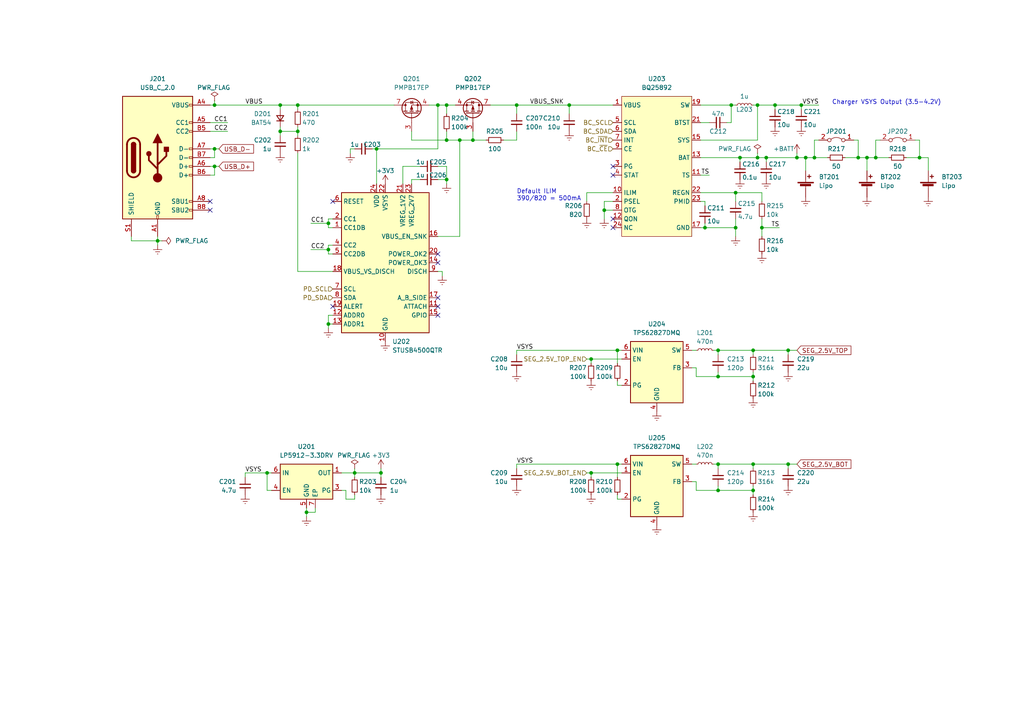
<source format=kicad_sch>
(kicad_sch (version 20211123) (generator eeschema)
  (paper "A4")
  (lib_symbols
    (symbol "Clock:BQ25892"
      (property "Reference" "U" (at 0 21.59 0))
      (property "Value" "BQ25892" (at 0 -21.59 0))
      (symbol "BQ25892_0_1"
        (rectangle (start -10.16 20.32) (end 10.16 -20.32) (fill (type background)))
      )
      (symbol "BQ25892_1_1"
        (pin input line (at -12.7 17.78 0) (length 2.54) (name "VBUS") (number "1"))
        (pin input line (at -12.7 -7.62 0) (length 2.54) (name "ILIM") (number "10"))
        (pin input line (at 12.7 -2.54 180) (length 2.54) (name "TS") (number "11"))
        (pin input line (at -12.7 -15.24 0) (length 2.54) (name "QON") (number "12"))
        (pin input line (at 12.7 2.54 180) (length 2.54) (name "BAT") (number "13"))
        (pin input line (at 12.7 2.54 180) (length 2.54) hide (name "BAT") (number "14"))
        (pin input line (at 12.7 7.62 180) (length 2.54) (name "SYS") (number "15"))
        (pin input line (at 12.7 7.62 180) (length 2.54) hide (name "SYS") (number "16"))
        (pin input line (at 12.7 -17.78 180) (length 2.54) (name "GND") (number "17"))
        (pin input line (at 12.7 -17.78 180) (length 2.54) hide (name "GND") (number "18"))
        (pin input line (at 12.7 17.78 180) (length 2.54) (name "SW") (number "19"))
        (pin input line (at -12.7 -10.16 0) (length 2.54) (name "PSEL") (number "2"))
        (pin input line (at 12.7 17.78 180) (length 2.54) hide (name "SW") (number "20"))
        (pin input line (at 12.7 12.7 180) (length 2.54) (name "BTST") (number "21"))
        (pin input line (at 12.7 -7.62 180) (length 2.54) (name "REGN") (number "22"))
        (pin input line (at 12.7 -10.16 180) (length 2.54) (name "PMID") (number "23"))
        (pin input line (at -12.7 -17.78 0) (length 2.54) (name "NC") (number "24"))
        (pin input line (at 12.7 -17.78 180) (length 2.54) hide (name "GND") (number "25"))
        (pin input line (at -12.7 0 0) (length 2.54) (name "PG") (number "3"))
        (pin input line (at -12.7 -2.54 0) (length 2.54) (name "STAT") (number "4"))
        (pin input line (at -12.7 12.7 0) (length 2.54) (name "SCL") (number "5"))
        (pin input line (at -12.7 10.16 0) (length 2.54) (name "SDA") (number "6"))
        (pin input line (at -12.7 7.62 0) (length 2.54) (name "INT") (number "7"))
        (pin input line (at -12.7 -12.7 0) (length 2.54) (name "OTG") (number "8"))
        (pin input line (at -12.7 5.08 0) (length 2.54) (name "CE") (number "9"))
      )
    )
    (symbol "Clock:PMPB17EP" (pin_names hide)
      (property "Reference" "Q" (at 5.08 1.905 0))
      (property "Value" "PMPB17EP" (at 5.08 0 0))
      (symbol "PMPB17EP_0_1"
        (polyline (pts (xy 0.254 0) (xy -2.54 0)))
        (polyline (pts (xy 0.254 1.905) (xy 0.254 -1.905)) (stroke (width 0.254)))
        (polyline (pts (xy 0.762 -1.27) (xy 0.762 -2.286)) (stroke (width 0.254)))
        (polyline (pts (xy 0.762 0.508) (xy 0.762 -0.508)) (stroke (width 0.254)))
        (polyline (pts (xy 0.762 2.286) (xy 0.762 1.27)) (stroke (width 0.254)))
        (polyline (pts (xy 2.54 2.54) (xy 2.54 1.778)))
        (polyline (pts (xy 2.54 -2.54) (xy 2.54 0) (xy 0.762 0)))
        (polyline (pts (xy 0.762 1.778) (xy 3.302 1.778) (xy 3.302 -1.778) (xy 0.762 -1.778)))
        (polyline (pts (xy 2.286 0) (xy 1.27 0.381) (xy 1.27 -0.381) (xy 2.286 0)) (fill (type outline)))
        (polyline (pts (xy 2.794 -0.508) (xy 2.921 -0.381) (xy 3.683 -0.381) (xy 3.81 -0.254)))
        (polyline (pts (xy 3.302 -0.381) (xy 2.921 0.254) (xy 3.683 0.254) (xy 3.302 -0.381)))
        (circle (center 1.651 0) (radius 2.794) (stroke (width 0.254)))
        (circle (center 2.54 -1.778) (radius 0.254) (fill (type outline)))
        (circle (center 2.54 1.778) (radius 0.254) (fill (type outline)))
      )
      (symbol "PMPB17EP_1_1"
        (pin passive line (at 2.54 5.08 270) (length 2.54) hide (name "D") (number "1"))
        (pin passive line (at 2.54 5.08 270) (length 2.54) hide (name "D") (number "2"))
        (pin passive line (at -5.08 0 0) (length 2.54) (name "G") (number "3"))
        (pin passive line (at 2.54 -5.08 90) (length 2.54) (name "S") (number "4"))
        (pin passive line (at 2.54 5.08 270) (length 2.54) hide (name "D") (number "5"))
        (pin passive line (at 2.54 5.08 270) (length 2.54) hide (name "D") (number "6"))
        (pin passive line (at 2.54 5.08 270) (length 2.54) (name "D") (number "7"))
        (pin passive line (at 2.54 -5.08 90) (length 2.54) hide (name "S") (number "8"))
      )
    )
    (symbol "Clock:TPS62827DMQ"
      (property "Reference" "U" (at -7.62 11.43 0))
      (property "Value" "TPS62827DMQ" (at -1.27 11.43 0))
      (symbol "TPS62827DMQ_0_1"
        (rectangle (start -7.62 10.16) (end 7.62 -7.62) (stroke (width 0.254)) (fill (type background)))
      )
      (symbol "TPS62827DMQ_1_1"
        (pin input line (at -10.16 5.08 0) (length 2.54) (name "EN") (number "1"))
        (pin open_collector line (at -10.16 -2.54 0) (length 2.54) (name "PG") (number "2"))
        (pin input line (at 10.16 2.54 180) (length 2.54) (name "FB") (number "3"))
        (pin power_in line (at 0 -10.16 90) (length 2.54) (name "GND") (number "4"))
        (pin power_out line (at 10.16 7.62 180) (length 2.54) (name "SW") (number "5"))
        (pin power_in line (at -10.16 7.62 0) (length 2.54) (name "VIN") (number "6"))
      )
    )
    (symbol "Connector:USB_C_Receptacle_USB2.0" (pin_names (offset 1.016))
      (property "Reference" "J" (at -10.16 19.05 0))
      (property "Value" "USB_C_Receptacle_USB2.0" (at 19.05 19.05 0))
      (symbol "USB_C_Receptacle_USB2.0_0_0"
        (rectangle (start -0.254 -17.78) (end 0.254 -16.764))
        (rectangle (start 10.16 -14.986) (end 9.144 -15.494))
        (rectangle (start 10.16 -12.446) (end 9.144 -12.954))
        (rectangle (start 10.16 -4.826) (end 9.144 -5.334))
        (rectangle (start 10.16 -2.286) (end 9.144 -2.794))
        (rectangle (start 10.16 0.254) (end 9.144 -0.254))
        (rectangle (start 10.16 2.794) (end 9.144 2.286))
        (rectangle (start 10.16 7.874) (end 9.144 7.366))
        (rectangle (start 10.16 10.414) (end 9.144 9.906))
        (rectangle (start 10.16 15.494) (end 9.144 14.986))
      )
      (symbol "USB_C_Receptacle_USB2.0_0_1"
        (rectangle (start -10.16 17.78) (end 10.16 -17.78) (stroke (width 0.254)) (fill (type background)))
        (arc (start -8.89 -3.81) (mid -6.985 -5.715) (end -5.08 -3.81) (stroke (width 0.508)))
        (arc (start -7.62 -3.81) (mid -6.985 -4.445) (end -6.35 -3.81) (stroke (width 0.254)))
        (arc (start -7.62 -3.81) (mid -6.985 -4.445) (end -6.35 -3.81) (stroke (width 0.254)) (fill (type outline)))
        (rectangle (start -7.62 -3.81) (end -6.35 3.81) (stroke (width 0.254)) (fill (type outline)))
        (arc (start -6.35 3.81) (mid -6.985 4.445) (end -7.62 3.81) (stroke (width 0.254)))
        (arc (start -6.35 3.81) (mid -6.985 4.445) (end -7.62 3.81) (stroke (width 0.254)) (fill (type outline)))
        (arc (start -5.08 3.81) (mid -6.985 5.715) (end -8.89 3.81) (stroke (width 0.508)))
        (circle (center -2.54 1.143) (radius 0.635) (stroke (width 0.254)) (fill (type outline)))
        (circle (center 0 -5.842) (radius 1.27) (fill (type outline)))
        (polyline (pts (xy -8.89 -3.81) (xy -8.89 3.81)) (stroke (width 0.508)))
        (polyline (pts (xy -5.08 3.81) (xy -5.08 -3.81)) (stroke (width 0.508)))
        (polyline (pts (xy 0 -5.842) (xy 0 4.318)) (stroke (width 0.508)))
        (polyline (pts (xy 0 -3.302) (xy -2.54 -0.762) (xy -2.54 0.508)) (stroke (width 0.508)))
        (polyline (pts (xy 0 -2.032) (xy 2.54 0.508) (xy 2.54 1.778)) (stroke (width 0.508)))
        (polyline (pts (xy -1.27 4.318) (xy 0 6.858) (xy 1.27 4.318) (xy -1.27 4.318)) (stroke (width 0.254)) (fill (type outline)))
        (rectangle (start 1.905 1.778) (end 3.175 3.048) (stroke (width 0.254)) (fill (type outline)))
      )
      (symbol "USB_C_Receptacle_USB2.0_1_1"
        (pin passive line (at 0 -22.86 90) (length 5.08) (name "GND") (number "A1"))
        (pin passive line (at 0 -22.86 90) (length 5.08) hide (name "GND") (number "A12"))
        (pin passive line (at 15.24 15.24 180) (length 5.08) (name "VBUS") (number "A4"))
        (pin bidirectional line (at 15.24 10.16 180) (length 5.08) (name "CC1") (number "A5"))
        (pin bidirectional line (at 15.24 -2.54 180) (length 5.08) (name "D+") (number "A6"))
        (pin bidirectional line (at 15.24 2.54 180) (length 5.08) (name "D-") (number "A7"))
        (pin bidirectional line (at 15.24 -12.7 180) (length 5.08) (name "SBU1") (number "A8"))
        (pin passive line (at 15.24 15.24 180) (length 5.08) hide (name "VBUS") (number "A9"))
        (pin passive line (at 0 -22.86 90) (length 5.08) hide (name "GND") (number "B1"))
        (pin passive line (at 0 -22.86 90) (length 5.08) hide (name "GND") (number "B12"))
        (pin passive line (at 15.24 15.24 180) (length 5.08) hide (name "VBUS") (number "B4"))
        (pin bidirectional line (at 15.24 7.62 180) (length 5.08) (name "CC2") (number "B5"))
        (pin bidirectional line (at 15.24 -5.08 180) (length 5.08) (name "D+") (number "B6"))
        (pin bidirectional line (at 15.24 0 180) (length 5.08) (name "D-") (number "B7"))
        (pin bidirectional line (at 15.24 -15.24 180) (length 5.08) (name "SBU2") (number "B8"))
        (pin passive line (at 15.24 15.24 180) (length 5.08) hide (name "VBUS") (number "B9"))
        (pin passive line (at -7.62 -22.86 90) (length 5.08) (name "SHIELD") (number "S1"))
      )
    )
    (symbol "Device:Battery_Cell" (pin_numbers hide) (pin_names (offset 0) hide)
      (property "Reference" "BT" (at 2.54 2.54 0))
      (property "Value" "Battery_Cell" (at 2.54 0 0))
      (symbol "Battery_Cell_0_1"
        (rectangle (start -2.286 1.778) (end 2.286 1.524) (fill (type outline)))
        (rectangle (start -1.5748 1.1938) (end 1.4732 0.6858) (fill (type outline)))
        (polyline (pts (xy 0 0.762) (xy 0 0)))
        (polyline (pts (xy 0 1.778) (xy 0 2.54)))
        (polyline (pts (xy 0.508 3.429) (xy 1.524 3.429)) (stroke (width 0.254)))
        (polyline (pts (xy 1.016 3.937) (xy 1.016 2.921)) (stroke (width 0.254)))
      )
      (symbol "Battery_Cell_1_1"
        (pin passive line (at 0 5.08 270) (length 2.54) (name "+") (number "1"))
        (pin passive line (at 0 -2.54 90) (length 2.54) (name "-") (number "2"))
      )
    )
    (symbol "Device:C_Small" (pin_numbers hide) (pin_names (offset 0.254) hide)
      (property "Reference" "C" (at 0.254 1.778 0))
      (property "Value" "C_Small" (at 0.254 -2.032 0))
      (symbol "C_Small_0_1"
        (polyline (pts (xy -1.524 -0.508) (xy 1.524 -0.508)) (stroke (width 0.3302)))
        (polyline (pts (xy -1.524 0.508) (xy 1.524 0.508)) (stroke (width 0.3048)))
      )
      (symbol "C_Small_1_1"
        (pin passive line (at 0 2.54 270) (length 2.032) (name "~") (number "1"))
        (pin passive line (at 0 -2.54 90) (length 2.032) (name "~") (number "2"))
      )
    )
    (symbol "Device:D_Small" (pin_numbers hide) (pin_names (offset 0.254) hide)
      (property "Reference" "D" (at -1.27 2.032 0))
      (property "Value" "D_Small" (at -3.81 -2.032 0))
      (symbol "D_Small_0_1"
        (polyline (pts (xy -0.762 -1.016) (xy -0.762 1.016)) (stroke (width 0.254)))
        (polyline (pts (xy -0.762 0) (xy 0.762 0)))
        (polyline (pts (xy 0.762 -1.016) (xy -0.762 0) (xy 0.762 1.016) (xy 0.762 -1.016)) (stroke (width 0.254)))
      )
      (symbol "D_Small_1_1"
        (pin passive line (at -2.54 0 0) (length 1.778) (name "K") (number "1"))
        (pin passive line (at 2.54 0 180) (length 1.778) (name "A") (number "2"))
      )
    )
    (symbol "Device:L_Small" (pin_numbers hide) (pin_names (offset 0.254) hide)
      (property "Reference" "L" (at 0.762 1.016 0))
      (property "Value" "L_Small" (at 0.762 -1.016 0))
      (symbol "L_Small_0_1"
        (arc (start 0 -2.032) (mid 0.508 -1.524) (end 0 -1.016))
        (arc (start 0 -1.016) (mid 0.508 -0.508) (end 0 0))
        (arc (start 0 0) (mid 0.508 0.508) (end 0 1.016))
        (arc (start 0 1.016) (mid 0.508 1.524) (end 0 2.032))
      )
      (symbol "L_Small_1_1"
        (pin passive line (at 0 2.54 270) (length 0.508) (name "~") (number "1"))
        (pin passive line (at 0 -2.54 90) (length 0.508) (name "~") (number "2"))
      )
    )
    (symbol "Device:R_Small" (pin_numbers hide) (pin_names (offset 0.254) hide)
      (property "Reference" "R" (at 0.762 0.508 0))
      (property "Value" "R_Small" (at 0.762 -1.016 0))
      (symbol "R_Small_0_1"
        (rectangle (start -0.762 1.778) (end 0.762 -1.778) (stroke (width 0.2032)))
      )
      (symbol "R_Small_1_1"
        (pin passive line (at 0 2.54 270) (length 0.762) (name "~") (number "1"))
        (pin passive line (at 0 -2.54 90) (length 0.762) (name "~") (number "2"))
      )
    )
    (symbol "Interface_USB:STUSB4500QTR"
      (property "Reference" "U" (at -12.7 21.59 0))
      (property "Value" "STUSB4500QTR" (at 8.89 -21.59 0))
      (symbol "STUSB4500QTR_0_1"
        (rectangle (start -12.7 20.32) (end 12.7 -20.32) (stroke (width 0.254)) (fill (type background)))
      )
      (symbol "STUSB4500QTR_1_1"
        (pin bidirectional line (at -15.24 10.16 0) (length 2.54) (name "CC1DB") (number "1"))
        (pin power_in line (at 0 -22.86 90) (length 2.54) (name "GND") (number "10"))
        (pin open_collector line (at 15.24 -12.7 180) (length 2.54) (name "ATTACH") (number "11"))
        (pin input line (at -15.24 -15.24 0) (length 2.54) (name "ADDR0") (number "12"))
        (pin input line (at -15.24 -17.78 0) (length 2.54) (name "ADDR1") (number "13"))
        (pin open_collector line (at 15.24 0 180) (length 2.54) (name "POWER_OK3") (number "14"))
        (pin open_collector line (at 15.24 -15.24 180) (length 2.54) (name "GPIO") (number "15"))
        (pin open_collector line (at 15.24 7.62 180) (length 2.54) (name "VBUS_EN_SNK") (number "16"))
        (pin open_collector line (at 15.24 -10.16 180) (length 2.54) (name "A_B_SIDE") (number "17"))
        (pin input line (at -15.24 -2.54 0) (length 2.54) (name "VBUS_VS_DISCH") (number "18"))
        (pin open_collector line (at -15.24 -12.7 0) (length 2.54) (name "ALERT") (number "19"))
        (pin bidirectional line (at -15.24 12.7 0) (length 2.54) (name "CC1") (number "2"))
        (pin open_collector line (at 15.24 2.54 180) (length 2.54) (name "POWER_OK2") (number "20"))
        (pin power_out line (at 5.08 22.86 270) (length 2.54) (name "VREG_1V2") (number "21"))
        (pin power_in line (at 0 22.86 270) (length 2.54) (name "VSYS") (number "22"))
        (pin power_out line (at 7.62 22.86 270) (length 2.54) (name "VREG_2V7") (number "23"))
        (pin power_in line (at -2.54 22.86 270) (length 2.54) (name "VDD") (number "24"))
        (pin passive line (at 0 -22.86 90) (length 2.54) hide (name "GND") (number "25"))
        (pin no_connect line (at -12.7 15.24 0) (length 2.54) hide (name "NC") (number "3"))
        (pin bidirectional line (at -15.24 5.08 0) (length 2.54) (name "CC2") (number "4"))
        (pin bidirectional line (at -15.24 2.54 0) (length 2.54) (name "CC2DB") (number "5"))
        (pin input line (at -15.24 17.78 0) (length 2.54) (name "RESET") (number "6"))
        (pin input line (at -15.24 -7.62 0) (length 2.54) (name "SCL") (number "7"))
        (pin bidirectional line (at -15.24 -10.16 0) (length 2.54) (name "SDA") (number "8"))
        (pin bidirectional line (at 15.24 -2.54 180) (length 2.54) (name "DISCH") (number "9"))
      )
    )
    (symbol "Jumper:Jumper_2_Bridged" (pin_names (offset 0) hide)
      (property "Reference" "JP" (at 0 1.905 0))
      (property "Value" "Jumper_2_Bridged" (at 0 -2.54 0))
      (symbol "Jumper_2_Bridged_0_0"
        (circle (center -2.032 0) (radius 0.508))
        (circle (center 2.032 0) (radius 0.508))
      )
      (symbol "Jumper_2_Bridged_0_1"
        (arc (start 1.524 0.254) (mid 0 0.762) (end -1.524 0.254))
      )
      (symbol "Jumper_2_Bridged_1_1"
        (pin passive line (at -5.08 0 0) (length 2.54) (name "A") (number "1"))
        (pin passive line (at 5.08 0 180) (length 2.54) (name "B") (number "2"))
      )
    )
    (symbol "Regulator_Linear:LP5912-3.3DRV"
      (property "Reference" "U" (at -3.81 6.35 0))
      (property "Value" "LP5912-3.3DRV" (at 6.35 6.35 0))
      (symbol "LP5912-3.3DRV_0_1"
        (rectangle (start -7.62 -5.08) (end 7.62 5.08) (stroke (width 0.254)) (fill (type background)))
        (pin power_out line (at 10.16 2.54 180) (length 2.54) (name "OUT") (number "1"))
        (pin no_connect line (at 7.62 0 180) (length 2.54) hide (name "NC") (number "2"))
        (pin input line (at -10.16 -2.54 0) (length 2.54) (name "EN") (number "4"))
        (pin power_in line (at 0 -7.62 90) (length 2.54) (name "GND") (number "5"))
        (pin power_in line (at -10.16 2.54 0) (length 2.54) (name "IN") (number "6"))
      )
      (symbol "LP5912-3.3DRV_1_1"
        (pin open_collector line (at 10.16 -2.54 180) (length 2.54) (name "PG") (number "3"))
        (pin passive line (at 2.54 -7.62 90) (length 2.54) (name "EP") (number "7"))
      )
    )
    (symbol "power:+3V3" (power) (pin_names (offset 0))
      (property "Value" "+3V3" (at 0 3.556 0))
      (symbol "+3V3_0_1"
        (polyline (pts (xy -0.762 1.27) (xy 0 2.54)))
        (polyline (pts (xy 0 0) (xy 0 2.54)))
        (polyline (pts (xy 0 2.54) (xy 0.762 1.27)))
      )
      (symbol "+3V3_1_1"
        (pin power_in line (at 0 0 90) (length 0) hide (name "+3V3") (number "1"))
      )
    )
    (symbol "power:+BATT" (power) (pin_names (offset 0))
      (property "Value" "+BATT" (at 0 3.556 0))
      (symbol "+BATT_0_1"
        (polyline (pts (xy -0.762 1.27) (xy 0 2.54)))
        (polyline (pts (xy 0 0) (xy 0 2.54)))
        (polyline (pts (xy 0 2.54) (xy 0.762 1.27)))
      )
      (symbol "+BATT_1_1"
        (pin power_in line (at 0 0 90) (length 0) hide (name "+BATT") (number "1"))
      )
    )
    (symbol "power:Earth" (power) (pin_names (offset 0))
      (symbol "Earth_0_1"
        (polyline (pts (xy -0.635 -1.905) (xy 0.635 -1.905)))
        (polyline (pts (xy -0.127 -2.54) (xy 0.127 -2.54)))
        (polyline (pts (xy 0 -1.27) (xy 0 0)))
        (polyline (pts (xy 1.27 -1.27) (xy -1.27 -1.27)))
      )
      (symbol "Earth_1_1"
        (pin power_in line (at 0 0 270) (length 0) hide (name "Earth") (number "1"))
      )
    )
    (symbol "power:PWR_FLAG" (power) (pin_numbers hide) (pin_names (offset 0) hide)
      (property "Value" "PWR_FLAG" (at 0 3.81 0))
      (symbol "PWR_FLAG_0_0"
        (pin power_out line (at 0 0 90) (length 0) (name "pwr") (number "1"))
      )
      (symbol "PWR_FLAG_0_1"
        (polyline (pts (xy 0 0) (xy 0 1.27) (xy -1.016 1.905) (xy 0 2.54) (xy 1.016 1.905) (xy 0 1.27)))
      )
    )
  )
  (junction (at 214.63 45.72))
  (junction (at 208.28 101.6))
  (junction (at 102.87 137.16))
  (junction (at 220.98 66.04))
  (junction (at 233.68 45.72))
  (junction (at 86.36 38.1))
  (junction (at 129.54 52.07))
  (junction (at 179.07 101.6))
  (junction (at 109.22 43.18))
  (junction (at 218.44 109.22))
  (junction (at 129.54 40.64))
  (junction (at 171.45 137.16))
  (junction (at 127 30.48))
  (junction (at 208.28 134.62))
  (junction (at 208.28 109.22))
  (junction (at 231.14 45.72))
  (junction (at 95.25 64.77))
  (junction (at 77.47 137.16))
  (junction (at 149.86 30.48))
  (junction (at 62.23 30.48))
  (junction (at 129.54 30.48))
  (junction (at 212.09 30.48))
  (junction (at 204.47 66.04))
  (junction (at 62.23 48.26))
  (junction (at 228.6 101.6))
  (junction (at 137.16 40.64))
  (junction (at 88.9 148.59))
  (junction (at 95.25 93.98))
  (junction (at 222.25 45.72))
  (junction (at 165.1 30.48))
  (junction (at 236.22 45.72))
  (junction (at 218.44 134.62))
  (junction (at 228.6 134.62))
  (junction (at 254 45.72))
  (junction (at 81.28 30.48))
  (junction (at 86.36 30.48))
  (junction (at 218.44 142.24))
  (junction (at 213.36 66.04))
  (junction (at 179.07 134.62))
  (junction (at 218.44 101.6))
  (junction (at 171.45 104.14))
  (junction (at 248.92 45.72))
  (junction (at 133.35 40.64))
  (junction (at 208.28 142.24))
  (junction (at 62.23 43.18))
  (junction (at 110.49 137.16))
  (junction (at 266.7 45.72))
  (junction (at 45.72 69.85))
  (junction (at 224.79 30.48))
  (junction (at 213.36 55.88))
  (junction (at 219.71 45.72))
  (junction (at 81.28 38.1))
  (junction (at 175.26 60.96))
  (junction (at 219.71 30.48))
  (junction (at 251.46 45.72))
  (junction (at 95.25 72.39))
  (junction (at 232.41 30.48))
  (no_connect (at 177.8 63.5))
  (no_connect (at 127 76.2))
  (no_connect (at 127 73.66))
  (no_connect (at 127 86.36))
  (no_connect (at 60.96 58.42))
  (no_connect (at 177.8 50.8))
  (no_connect (at 177.8 48.26))
  (no_connect (at 127 91.44))
  (no_connect (at 127 88.9))
  (no_connect (at 96.52 88.9))
  (no_connect (at 60.96 60.96))
  (no_connect (at 177.8 66.04))
  (no_connect (at 96.52 58.42))
  (wire (pts (xy 78.74 142.24) (xy 77.47 142.24)))
  (wire (pts (xy 220.98 55.88) (xy 220.98 58.42)))
  (wire (pts (xy 91.44 147.32) (xy 91.44 148.59)))
  (wire (pts (xy 218.44 140.97) (xy 218.44 142.24)))
  (wire (pts (xy 170.18 104.14) (xy 171.45 104.14)))
  (wire (pts (xy 231.14 45.72) (xy 233.68 45.72)))
  (wire (pts (xy 77.47 142.24) (xy 77.47 137.16)))
  (wire (pts (xy 208.28 101.6) (xy 207.01 101.6)))
  (wire (pts (xy 121.92 48.26) (xy 116.84 48.26)))
  (wire (pts (xy 95.25 91.44) (xy 96.52 91.44)))
  (wire (pts (xy 200.66 134.62) (xy 201.93 134.62)))
  (wire (pts (xy 177.8 55.88) (xy 170.18 55.88)))
  (wire (pts (xy 95.25 95.25) (xy 95.25 93.98)))
  (wire (pts (xy 247.65 40.64) (xy 248.92 40.64)))
  (wire (pts (xy 224.79 30.48) (xy 219.71 30.48)))
  (wire (pts (xy 201.93 139.7) (xy 201.93 142.24)))
  (wire (pts (xy 179.07 144.78) (xy 180.34 144.78)))
  (wire (pts (xy 60.96 43.18) (xy 62.23 43.18)))
  (wire (pts (xy 45.72 69.85) (xy 45.72 71.12)))
  (wire (pts (xy 254 40.64) (xy 254 45.72)))
  (wire (pts (xy 149.86 101.6) (xy 179.07 101.6)))
  (wire (pts (xy 62.23 48.26) (xy 63.5 48.26)))
  (wire (pts (xy 107.95 43.18) (xy 109.22 43.18)))
  (wire (pts (xy 129.54 48.26) (xy 129.54 52.07)))
  (wire (pts (xy 203.2 30.48) (xy 212.09 30.48)))
  (wire (pts (xy 102.87 143.51) (xy 102.87 144.78)))
  (wire (pts (xy 179.07 101.6) (xy 180.34 101.6)))
  (wire (pts (xy 179.07 110.49) (xy 179.07 111.76)))
  (wire (pts (xy 233.68 45.72) (xy 236.22 45.72)))
  (wire (pts (xy 127 30.48) (xy 127 43.18)))
  (wire (pts (xy 90.17 72.39) (xy 95.25 72.39)))
  (wire (pts (xy 201.93 106.68) (xy 201.93 109.22)))
  (wire (pts (xy 133.35 68.58) (xy 127 68.58)))
  (wire (pts (xy 96.52 78.74) (xy 86.36 78.74)))
  (wire (pts (xy 251.46 45.72) (xy 251.46 49.53)))
  (wire (pts (xy 171.45 137.16) (xy 171.45 138.43)))
  (wire (pts (xy 208.28 102.87) (xy 208.28 101.6)))
  (wire (pts (xy 62.23 29.21) (xy 62.23 30.48)))
  (wire (pts (xy 269.24 45.72) (xy 269.24 49.53)))
  (wire (pts (xy 128.27 80.01) (xy 128.27 78.74)))
  (wire (pts (xy 251.46 45.72) (xy 254 45.72)))
  (wire (pts (xy 213.36 55.88) (xy 220.98 55.88)))
  (wire (pts (xy 218.44 135.89) (xy 218.44 134.62)))
  (wire (pts (xy 200.66 101.6) (xy 201.93 101.6)))
  (wire (pts (xy 213.36 63.5) (xy 213.36 66.04)))
  (wire (pts (xy 179.07 111.76) (xy 180.34 111.76)))
  (wire (pts (xy 200.66 106.68) (xy 201.93 106.68)))
  (wire (pts (xy 119.38 53.34) (xy 119.38 52.07)))
  (wire (pts (xy 95.25 66.04) (xy 95.25 64.77)))
  (wire (pts (xy 218.44 109.22) (xy 208.28 109.22)))
  (wire (pts (xy 208.28 142.24) (xy 208.28 140.97)))
  (wire (pts (xy 95.25 63.5) (xy 96.52 63.5)))
  (wire (pts (xy 60.96 38.1) (xy 66.04 38.1)))
  (wire (pts (xy 127 48.26) (xy 129.54 48.26)))
  (wire (pts (xy 95.25 73.66) (xy 96.52 73.66)))
  (wire (pts (xy 248.92 45.72) (xy 251.46 45.72)))
  (wire (pts (xy 228.6 102.87) (xy 228.6 101.6)))
  (wire (pts (xy 219.71 40.64) (xy 219.71 30.48)))
  (wire (pts (xy 222.25 45.72) (xy 219.71 45.72)))
  (wire (pts (xy 110.49 137.16) (xy 102.87 137.16)))
  (wire (pts (xy 95.25 93.98) (xy 96.52 93.98)))
  (wire (pts (xy 95.25 71.12) (xy 95.25 72.39)))
  (wire (pts (xy 203.2 50.8) (xy 205.74 50.8)))
  (wire (pts (xy 102.87 137.16) (xy 99.06 137.16)))
  (wire (pts (xy 45.72 69.85) (xy 45.72 68.58)))
  (wire (pts (xy 236.22 45.72) (xy 240.03 45.72)))
  (wire (pts (xy 129.54 30.48) (xy 132.08 30.48)))
  (wire (pts (xy 101.6 43.18) (xy 102.87 43.18)))
  (wire (pts (xy 81.28 38.1) (xy 81.28 39.37)))
  (wire (pts (xy 91.44 148.59) (xy 88.9 148.59)))
  (wire (pts (xy 81.28 36.83) (xy 81.28 38.1)))
  (wire (pts (xy 219.71 44.45) (xy 219.71 45.72)))
  (wire (pts (xy 133.35 40.64) (xy 133.35 68.58)))
  (wire (pts (xy 38.1 68.58) (xy 38.1 69.85)))
  (wire (pts (xy 90.17 64.77) (xy 95.25 64.77)))
  (wire (pts (xy 95.25 93.98) (xy 95.25 91.44)))
  (wire (pts (xy 86.36 30.48) (xy 114.3 30.48)))
  (wire (pts (xy 149.86 134.62) (xy 179.07 134.62)))
  (wire (pts (xy 224.79 30.48) (xy 224.79 31.75)))
  (wire (pts (xy 170.18 137.16) (xy 171.45 137.16)))
  (wire (pts (xy 212.09 35.56) (xy 212.09 30.48)))
  (wire (pts (xy 203.2 55.88) (xy 213.36 55.88)))
  (wire (pts (xy 86.36 78.74) (xy 86.36 44.45)))
  (wire (pts (xy 149.86 40.64) (xy 149.86 38.1)))
  (wire (pts (xy 119.38 52.07) (xy 121.92 52.07)))
  (wire (pts (xy 208.28 135.89) (xy 208.28 134.62)))
  (wire (pts (xy 133.35 40.64) (xy 137.16 40.64)))
  (wire (pts (xy 203.2 35.56) (xy 205.74 35.56)))
  (wire (pts (xy 228.6 134.62) (xy 218.44 134.62)))
  (wire (pts (xy 175.26 60.96) (xy 177.8 60.96)))
  (wire (pts (xy 149.86 30.48) (xy 142.24 30.48)))
  (wire (pts (xy 175.26 60.96) (xy 175.26 63.5)))
  (wire (pts (xy 218.44 109.22) (xy 218.44 110.49)))
  (wire (pts (xy 62.23 43.18) (xy 63.5 43.18)))
  (wire (pts (xy 100.33 144.78) (xy 100.33 142.24)))
  (wire (pts (xy 95.25 72.39) (xy 95.25 73.66)))
  (wire (pts (xy 204.47 58.42) (xy 203.2 58.42)))
  (wire (pts (xy 204.47 66.04) (xy 203.2 66.04)))
  (wire (pts (xy 231.14 44.45) (xy 231.14 45.72)))
  (wire (pts (xy 171.45 137.16) (xy 180.34 137.16)))
  (wire (pts (xy 248.92 40.64) (xy 248.92 45.72)))
  (wire (pts (xy 210.82 35.56) (xy 212.09 35.56)))
  (wire (pts (xy 128.27 78.74) (xy 127 78.74)))
  (wire (pts (xy 146.05 40.64) (xy 149.86 40.64)))
  (wire (pts (xy 81.28 30.48) (xy 86.36 30.48)))
  (wire (pts (xy 102.87 138.43) (xy 102.87 137.16)))
  (wire (pts (xy 201.93 142.24) (xy 208.28 142.24)))
  (wire (pts (xy 219.71 45.72) (xy 214.63 45.72)))
  (wire (pts (xy 218.44 101.6) (xy 208.28 101.6)))
  (wire (pts (xy 219.71 30.48) (xy 218.44 30.48)))
  (wire (pts (xy 149.86 102.87) (xy 149.86 101.6)))
  (wire (pts (xy 62.23 48.26) (xy 62.23 50.8)))
  (wire (pts (xy 175.26 58.42) (xy 175.26 60.96)))
  (wire (pts (xy 232.41 31.75) (xy 232.41 30.48)))
  (wire (pts (xy 177.8 58.42) (xy 175.26 58.42)))
  (wire (pts (xy 116.84 48.26) (xy 116.84 53.34)))
  (wire (pts (xy 62.23 30.48) (xy 60.96 30.48)))
  (wire (pts (xy 200.66 139.7) (xy 201.93 139.7)))
  (wire (pts (xy 228.6 101.6) (xy 231.14 101.6)))
  (wire (pts (xy 218.44 102.87) (xy 218.44 101.6)))
  (wire (pts (xy 110.49 135.89) (xy 110.49 137.16)))
  (wire (pts (xy 88.9 147.32) (xy 88.9 148.59)))
  (wire (pts (xy 129.54 40.64) (xy 133.35 40.64)))
  (wire (pts (xy 129.54 52.07) (xy 129.54 53.34)))
  (wire (pts (xy 100.33 142.24) (xy 99.06 142.24)))
  (wire (pts (xy 220.98 66.04) (xy 220.98 68.58)))
  (wire (pts (xy 218.44 107.95) (xy 218.44 109.22)))
  (wire (pts (xy 102.87 144.78) (xy 100.33 144.78)))
  (wire (pts (xy 45.72 69.85) (xy 46.99 69.85)))
  (wire (pts (xy 137.16 40.64) (xy 140.97 40.64)))
  (wire (pts (xy 232.41 30.48) (xy 224.79 30.48)))
  (wire (pts (xy 266.7 40.64) (xy 266.7 45.72)))
  (wire (pts (xy 149.86 30.48) (xy 165.1 30.48)))
  (wire (pts (xy 81.28 30.48) (xy 81.28 31.75)))
  (wire (pts (xy 102.87 135.89) (xy 102.87 137.16)))
  (wire (pts (xy 149.86 33.02) (xy 149.86 30.48)))
  (wire (pts (xy 222.25 45.72) (xy 231.14 45.72)))
  (wire (pts (xy 86.36 30.48) (xy 86.36 31.75)))
  (wire (pts (xy 119.38 38.1) (xy 119.38 40.64)))
  (wire (pts (xy 129.54 30.48) (xy 129.54 33.02)))
  (wire (pts (xy 165.1 30.48) (xy 177.8 30.48)))
  (wire (pts (xy 88.9 148.59) (xy 88.9 149.86)))
  (wire (pts (xy 265.43 40.64) (xy 266.7 40.64)))
  (wire (pts (xy 127 52.07) (xy 129.54 52.07)))
  (wire (pts (xy 137.16 40.64) (xy 137.16 38.1)))
  (wire (pts (xy 208.28 134.62) (xy 207.01 134.62)))
  (wire (pts (xy 218.44 142.24) (xy 218.44 143.51)))
  (wire (pts (xy 213.36 66.04) (xy 213.36 68.58)))
  (wire (pts (xy 203.2 45.72) (xy 214.63 45.72)))
  (wire (pts (xy 62.23 45.72) (xy 60.96 45.72)))
  (wire (pts (xy 60.96 50.8) (xy 62.23 50.8)))
  (wire (pts (xy 237.49 40.64) (xy 236.22 40.64)))
  (wire (pts (xy 213.36 55.88) (xy 213.36 58.42)))
  (wire (pts (xy 170.18 55.88) (xy 170.18 58.42)))
  (wire (pts (xy 149.86 135.89) (xy 149.86 134.62)))
  (wire (pts (xy 228.6 101.6) (xy 218.44 101.6)))
  (wire (pts (xy 245.11 45.72) (xy 248.92 45.72)))
  (wire (pts (xy 179.07 143.51) (xy 179.07 144.78)))
  (wire (pts (xy 86.36 38.1) (xy 86.36 39.37)))
  (wire (pts (xy 266.7 45.72) (xy 269.24 45.72)))
  (wire (pts (xy 62.23 43.18) (xy 62.23 45.72)))
  (wire (pts (xy 220.98 66.04) (xy 226.06 66.04)))
  (wire (pts (xy 255.27 40.64) (xy 254 40.64)))
  (wire (pts (xy 165.1 30.48) (xy 165.1 33.02)))
  (wire (pts (xy 81.28 38.1) (xy 86.36 38.1)))
  (wire (pts (xy 218.44 134.62) (xy 208.28 134.62)))
  (wire (pts (xy 71.12 137.16) (xy 71.12 138.43)))
  (wire (pts (xy 222.25 46.99) (xy 222.25 45.72)))
  (wire (pts (xy 220.98 63.5) (xy 220.98 66.04)))
  (wire (pts (xy 95.25 64.77) (xy 95.25 63.5)))
  (wire (pts (xy 60.96 48.26) (xy 62.23 48.26)))
  (wire (pts (xy 171.45 104.14) (xy 171.45 105.41)))
  (wire (pts (xy 204.47 64.77) (xy 204.47 66.04)))
  (wire (pts (xy 38.1 69.85) (xy 45.72 69.85)))
  (wire (pts (xy 232.41 30.48) (xy 237.49 30.48)))
  (wire (pts (xy 62.23 30.48) (xy 81.28 30.48)))
  (wire (pts (xy 110.49 138.43) (xy 110.49 137.16)))
  (wire (pts (xy 179.07 134.62) (xy 180.34 134.62)))
  (wire (pts (xy 96.52 66.04) (xy 95.25 66.04)))
  (wire (pts (xy 179.07 101.6) (xy 179.07 105.41)))
  (wire (pts (xy 228.6 134.62) (xy 231.14 134.62)))
  (wire (pts (xy 129.54 38.1) (xy 129.54 40.64)))
  (wire (pts (xy 236.22 40.64) (xy 236.22 45.72)))
  (wire (pts (xy 233.68 45.72) (xy 233.68 49.53)))
  (wire (pts (xy 203.2 40.64) (xy 219.71 40.64)))
  (wire (pts (xy 78.74 137.16) (xy 77.47 137.16)))
  (wire (pts (xy 214.63 46.99) (xy 214.63 45.72)))
  (wire (pts (xy 86.36 36.83) (xy 86.36 38.1)))
  (wire (pts (xy 212.09 30.48) (xy 213.36 30.48)))
  (wire (pts (xy 124.46 30.48) (xy 127 30.48)))
  (wire (pts (xy 218.44 142.24) (xy 208.28 142.24)))
  (wire (pts (xy 262.89 45.72) (xy 266.7 45.72)))
  (wire (pts (xy 204.47 59.69) (xy 204.47 58.42)))
  (wire (pts (xy 179.07 134.62) (xy 179.07 138.43)))
  (wire (pts (xy 213.36 66.04) (xy 204.47 66.04)))
  (wire (pts (xy 171.45 104.14) (xy 180.34 104.14)))
  (wire (pts (xy 109.22 43.18) (xy 109.22 53.34)))
  (wire (pts (xy 119.38 40.64) (xy 129.54 40.64)))
  (wire (pts (xy 101.6 44.45) (xy 101.6 43.18)))
  (wire (pts (xy 208.28 109.22) (xy 208.28 107.95)))
  (wire (pts (xy 77.47 137.16) (xy 71.12 137.16)))
  (wire (pts (xy 201.93 109.22) (xy 208.28 109.22)))
  (wire (pts (xy 96.52 71.12) (xy 95.25 71.12)))
  (wire (pts (xy 60.96 35.56) (xy 66.04 35.56)))
  (wire (pts (xy 127 30.48) (xy 129.54 30.48)))
  (wire (pts (xy 254 45.72) (xy 257.81 45.72)))
  (wire (pts (xy 127 43.18) (xy 109.22 43.18)))
  (wire (pts (xy 228.6 135.89) (xy 228.6 134.62)))
  (text "Default ILIM \n390/820 = 500mA" (at 149.86 58.42 0) (effects (font (size 1.27 1.27)) (justify left bottom)))
  (text "Charger VSYS Output (3.5-4.2V)" (at 241.3 30.48 0) (effects (font (size 1.27 1.27)) (justify left bottom)))
  (label "VSYS" (at 71.12 137.16 0))
  (label "CC2" (at 66.04 38.1 180))
  (label "VBUS_SNK" (at 153.67 30.48 0))
  (label "TS" (at 226.06 66.04 180))
  (label "CC1" (at 90.17 64.77 0))
  (label "VSYS" (at 149.86 134.62 0))
  (label "TS" (at 205.74 50.8 180))
  (label "VBUS" (at 71.12 30.48 0))
  (label "CC2" (at 90.17 72.39 0))
  (label "VSYS" (at 237.49 30.48 180))
  (label "CC1" (at 66.04 35.56 180))
  (label "VSYS" (at 149.86 101.6 0))
  (global_label "SEG_2.5V_BOT" (shape input) (at 231.14 134.62 0) (property "Intersheet References" "${INTERSHEET_REFS}" (effects hide)))
  (global_label "USB_D-" (shape input) (at 63.5 43.18 0) (property "Intersheet References" "${INTERSHEET_REFS}" (effects hide)))
  (global_label "USB_D+" (shape input) (at 63.5 48.26 0) (property "Intersheet References" "${INTERSHEET_REFS}" (effects hide)))
  (global_label "SEG_2.5V_TOP" (shape input) (at 231.14 101.6 0) (property "Intersheet References" "${INTERSHEET_REFS}" (effects hide)))
  (hierarchical_label "BC_SDA" (shape input) (at 177.8 38.1 180))
  (hierarchical_label "BC_~{INT}" (shape input) (at 177.8 40.64 180))
  (hierarchical_label "PD_SCL" (shape input) (at 96.52 83.82 180))
  (hierarchical_label "PD_SDA" (shape input) (at 96.52 86.36 180))
  (hierarchical_label "BC_~{CE}" (shape input) (at 177.8 43.18 180))
  (hierarchical_label "BC_SCL" (shape input) (at 177.8 35.56 180))
  (hierarchical_label "SEG_2.5V_BOT_EN" (shape input) (at 170.18 137.16 180))
  (hierarchical_label "SEG_2.5V_TOP_EN" (shape input) (at 170.18 104.14 180))
  (symbol (lib_id "power:Earth") (at 149.86 107.95 0) (unit 1)
    (property "Reference" "#PWR0213" (effects hide))
    (property "Value" "Earth" (effects hide))
  )
  (symbol (lib_id "Device:C_Small") (at 124.46 52.07 90) (unit 1)
    (property "Reference" "C206" (at 127 50.8 90))
    (property "Value" "1u" (at 121.92 50.8 90))
    (property "Footprint" "Capacitor_SMD:C_0402_1005Metric" (effects hide))
  )
  (symbol (lib_id "power:PWR_FLAG") (at 62.23 29.21 0) (unit 1)
    (property "Reference" "#FLG0202" (effects hide))
    (property "Value" "PWR_FLAG" (at 57.15 25.4 0) (effects (justify left)))
  )
  (symbol (lib_id "Device:R_Small") (at 171.45 140.97 0) (mirror y) (unit 1)
    (property "Reference" "R208" (at 170.18 139.7 0) (effects (justify left)))
    (property "Value" "100k" (at 170.18 142.24 0) (effects (justify left)))
    (property "Footprint" "Resistor_SMD:R_0402_1005Metric" (effects hide))
  )
  (symbol (lib_id "power:PWR_FLAG") (at 46.99 69.85 270) (unit 1)
    (property "Reference" "#FLG0201" (effects hide))
    (property "Value" "PWR_FLAG" (at 50.8 69.8499 90) (effects (justify left)))
  )
  (symbol (lib_id "Device:C_Small") (at 105.41 43.18 90) (unit 1)
    (property "Reference" "C203" (at 107.95 41.91 90))
    (property "Value" "1u" (at 102.87 41.91 90))
    (property "Footprint" "Capacitor_SMD:C_0402_1005Metric" (effects hide))
  )
  (symbol (lib_id "Device:R_Small") (at 218.44 138.43 0) (unit 1)
    (property "Reference" "R213" (at 219.71 137.16 0) (effects (justify left)))
    (property "Value" "316k" (at 219.71 139.7 0) (effects (justify left)))
    (property "Footprint" "Resistor_SMD:R_0402_1005Metric" (effects hide))
  )
  (symbol (lib_id "Device:C_Small") (at 71.12 140.97 0) (mirror y) (unit 1)
    (property "Reference" "C201" (at 68.58 139.7062 0) (effects (justify left)))
    (property "Value" "4.7u" (at 68.58 142.24 0) (effects (justify left)))
    (property "Footprint" "Capacitor_SMD:C_0603_1608Metric" (effects hide))
  )
  (symbol (lib_id "Device:D_Small") (at 81.28 34.29 270) (mirror x) (unit 1)
    (property "Reference" "D201" (at 78.74 33.0199 90) (effects (justify right)))
    (property "Value" "BAT54" (at 78.74 35.5599 90) (effects (justify right)))
    (property "Footprint" "Diode_SMD:D_SOD-323" (effects hide))
  )
  (symbol (lib_id "Device:R_Small") (at 218.44 146.05 0) (unit 1)
    (property "Reference" "R214" (at 219.71 144.78 0) (effects (justify left)))
    (property "Value" "100k" (at 219.71 147.32 0) (effects (justify left)))
    (property "Footprint" "Resistor_SMD:R_0402_1005Metric" (effects hide))
  )
  (symbol (lib_id "power:Earth") (at 190.5 119.38 0) (unit 1)
    (property "Reference" "#PWR0220" (effects hide))
    (property "Value" "Earth" (effects hide))
  )
  (symbol (lib_id "Device:R_Small") (at 260.35 45.72 90) (mirror x) (unit 1)
    (property "Reference" "R218" (at 260.35 43.18 90))
    (property "Value" "50" (at 260.35 48.26 90))
    (property "Footprint" "Resistor_SMD:R_1206_3216Metric" (effects hide))
  )
  (symbol (lib_id "power:Earth") (at 220.98 73.66 0) (unit 1)
    (property "Reference" "#PWR0226" (effects hide))
    (property "Value" "Earth" (effects hide))
  )
  (symbol (lib_id "power:Earth") (at 213.36 68.58 0) (unit 1)
    (property "Reference" "#PWR0222" (effects hide))
    (property "Value" "Earth" (effects hide))
  )
  (symbol (lib_id "Device:C_Small") (at 208.28 105.41 0) (unit 1)
    (property "Reference" "C213" (at 210.82 104.1462 0) (effects (justify left)))
    (property "Value" "120p" (at 210.82 106.68 0) (effects (justify left)))
    (property "Footprint" "Capacitor_SMD:C_0402_1005Metric" (effects hide))
  )
  (symbol (lib_id "power:Earth") (at 165.1 38.1 0) (unit 1)
    (property "Reference" "#PWR0215" (effects hide))
    (property "Value" "Earth" (effects hide))
  )
  (symbol (lib_id "Connector:USB_C_Receptacle_USB2.0") (at 45.72 45.72 0) (unit 1)
    (property "Reference" "J201" (at 45.72 22.86 0))
    (property "Value" "USB_C_2.0" (at 45.72 25.4 0))
    (property "Footprint" "Connector_USB:USB_C_Receptacle_JAE_DX07S016JA1R1500" (effects hide))
    (property "Datasheet" "https://www.usb.org/sites/default/files/documents/usb_type-c.zip" (effects hide))
  )
  (symbol (lib_id "Clock:BQ25892") (at 190.5 48.26 0) (unit 1)
    (property "Reference" "U203" (at 190.5 22.86 0))
    (property "Value" "BQ25892" (at 190.5 25.4 0))
    (property "Footprint" "Package_DFN_QFN:Texas_S-PWQFN-N24_EP2.7x2.7mm" (effects hide))
  )
  (symbol (lib_id "power:Earth") (at 222.25 52.07 0) (unit 1)
    (property "Reference" "#PWR0227" (effects hide))
    (property "Value" "Earth" (effects hide))
  )
  (symbol (lib_id "power:Earth") (at 149.86 140.97 0) (unit 1)
    (property "Reference" "#PWR0214" (effects hide))
    (property "Value" "Earth" (effects hide))
  )
  (symbol (lib_id "power:Earth") (at 214.63 52.07 0) (unit 1)
    (property "Reference" "#PWR0223" (effects hide))
    (property "Value" "Earth" (effects hide))
  )
  (symbol (lib_id "power:Earth") (at 190.5 152.4 0) (unit 1)
    (property "Reference" "#PWR0221" (effects hide))
    (property "Value" "Earth" (effects hide))
  )
  (symbol (lib_id "Regulator_Linear:LP5912-3.3DRV") (at 88.9 139.7 0) (unit 1)
    (property "Reference" "U201" (at 88.9 129.54 0))
    (property "Value" "LP5912-3.3DRV" (at 88.9 132.08 0))
    (property "Footprint" "Package_SON:WSON-6-1EP_2x2mm_P0.65mm_EP1x1.6mm_ThermalVias" (effects hide))
    (property "Datasheet" "http://www.ti.com/lit/ds/symlink/lp5912.pdf" (effects hide))
  )
  (symbol (lib_id "Device:C_Small") (at 224.79 34.29 0) (unit 1)
    (property "Reference" "C218" (at 225.425 32.385 0) (effects (justify left)))
    (property "Value" "10u" (at 225.425 36.195 0) (effects (justify left)))
    (property "Footprint" "Capacitor_SMD:C_0603_1608Metric" (effects hide))
  )
  (symbol (lib_id "Device:C_Small") (at 165.1 35.56 0) (mirror y) (unit 1)
    (property "Reference" "C210" (at 162.56 34.2962 0) (effects (justify left)))
    (property "Value" "10u" (at 162.56 36.83 0) (effects (justify left)))
    (property "Footprint" "Capacitor_SMD:C_0402_1005Metric" (effects hide))
  )
  (symbol (lib_id "power:Earth") (at 110.49 143.51 0) (unit 1)
    (property "Reference" "#PWR0208" (effects hide))
    (property "Value" "Earth" (effects hide))
  )
  (symbol (lib_id "Device:C_Small") (at 124.46 48.26 90) (unit 1)
    (property "Reference" "C205" (at 127 46.99 90))
    (property "Value" "1u" (at 121.92 46.99 90))
    (property "Footprint" "Capacitor_SMD:C_0402_1005Metric" (effects hide))
  )
  (symbol (lib_id "Device:C_Small") (at 149.86 35.56 0) (unit 1)
    (property "Reference" "C207" (at 152.4 34.2962 0) (effects (justify left)))
    (property "Value" "100n" (at 152.4 36.83 0) (effects (justify left)))
    (property "Footprint" "Capacitor_SMD:C_0402_1005Metric" (effects hide))
  )
  (symbol (lib_id "power:Earth") (at 218.44 148.59 0) (unit 1)
    (property "Reference" "#PWR0225" (effects hide))
    (property "Value" "Earth" (effects hide))
  )
  (symbol (lib_id "Device:R_Small") (at 220.98 71.12 0) (unit 1)
    (property "Reference" "R216" (at 222.25 69.85 0) (effects (justify left)))
    (property "Value" "10k" (at 222.25 72.39 0) (effects (justify left)))
    (property "Footprint" "Resistor_SMD:R_0402_1005Metric" (effects hide))
  )
  (symbol (lib_id "Device:C_Small") (at 222.25 49.53 0) (unit 1)
    (property "Reference" "C217" (at 222.885 47.625 0) (effects (justify left)))
    (property "Value" "10u" (at 222.885 51.435 0) (effects (justify left)))
    (property "Footprint" "Capacitor_SMD:C_0603_1608Metric" (effects hide))
  )
  (symbol (lib_id "power:Earth") (at 175.26 63.5 0) (unit 1)
    (property "Reference" "#PWR0219" (effects hide))
    (property "Value" "Earth" (effects hide))
  )
  (symbol (lib_id "Device:C_Small") (at 204.47 62.23 0) (unit 1)
    (property "Reference" "C211" (at 205.105 60.325 0) (effects (justify left)))
    (property "Value" "10u" (at 205.105 64.135 0) (effects (justify left)))
    (property "Footprint" "Capacitor_SMD:C_0402_1005Metric" (effects hide))
  )
  (symbol (lib_id "Device:C_Small") (at 213.36 60.96 0) (unit 1)
    (property "Reference" "C215" (at 213.995 59.055 0) (effects (justify left)))
    (property "Value" "4.7u" (at 213.995 62.865 0) (effects (justify left)))
    (property "Footprint" "Capacitor_SMD:C_0402_1005Metric" (effects hide))
  )
  (symbol (lib_id "Device:R_Small") (at 242.57 45.72 90) (mirror x) (unit 1)
    (property "Reference" "R217" (at 242.57 43.18 90))
    (property "Value" "50" (at 242.57 48.26 90))
    (property "Footprint" "Resistor_SMD:R_1206_3216Metric" (effects hide))
  )
  (symbol (lib_id "Device:C_Small") (at 208.28 35.56 270) (unit 1)
    (property "Reference" "C212" (at 208.28 38.1 90))
    (property "Value" "47n" (at 208.28 33.02 90))
    (property "Footprint" "Capacitor_SMD:C_0402_1005Metric" (effects hide))
  )
  (symbol (lib_id "Device:Battery_Cell") (at 269.24 54.61 0) (unit 1)
    (property "Reference" "BT203" (at 273.05 51.3079 0) (effects (justify left)))
    (property "Value" "Lipo" (at 273.05 53.8479 0) (effects (justify left)))
    (property "Footprint" "Connector_JST:JST_PH_S2B-PH-K_1x02_P2.00mm_Horizontal" (effects hide))
  )
  (symbol (lib_id "power:Earth") (at 228.6 107.95 0) (unit 1)
    (property "Reference" "#PWR0229" (effects hide))
    (property "Value" "Earth" (effects hide))
  )
  (symbol (lib_id "Device:C_Small") (at 149.86 105.41 0) (mirror y) (unit 1)
    (property "Reference" "C208" (at 147.32 104.1462 0) (effects (justify left)))
    (property "Value" "10u" (at 147.32 106.68 0) (effects (justify left)))
    (property "Footprint" "Capacitor_SMD:C_0603_1608Metric" (effects hide))
  )
  (symbol (lib_id "Device:R_Small") (at 102.87 140.97 0) (unit 1)
    (property "Reference" "R203" (at 104.14 139.7 0) (effects (justify left)))
    (property "Value" "10k" (at 104.14 142.24 0) (effects (justify left)))
    (property "Footprint" "Resistor_SMD:R_0402_1005Metric" (effects hide))
  )
  (symbol (lib_id "Device:C_Small") (at 228.6 105.41 0) (unit 1)
    (property "Reference" "C219" (at 231.14 104.1462 0) (effects (justify left)))
    (property "Value" "22u" (at 231.14 106.68 0) (effects (justify left)))
    (property "Footprint" "Capacitor_SMD:C_0603_1608Metric" (effects hide))
  )
  (symbol (lib_id "power:Earth") (at 224.79 36.83 0) (unit 1)
    (property "Reference" "#PWR0228" (effects hide))
    (property "Value" "Earth" (effects hide))
  )
  (symbol (lib_id "Device:R_Small") (at 179.07 140.97 0) (mirror y) (unit 1)
    (property "Reference" "R210" (at 177.8 139.7 0) (effects (justify left)))
    (property "Value" "100k" (at 177.8 142.24 0) (effects (justify left)))
    (property "Footprint" "Resistor_SMD:R_0402_1005Metric" (effects hide))
  )
  (symbol (lib_id "Device:R_Small") (at 179.07 107.95 0) (mirror y) (unit 1)
    (property "Reference" "R209" (at 177.8 106.68 0) (effects (justify left)))
    (property "Value" "100k" (at 177.8 109.22 0) (effects (justify left)))
    (property "Footprint" "Resistor_SMD:R_0402_1005Metric" (effects hide))
  )
  (symbol (lib_id "power:Earth") (at 129.54 53.34 0) (mirror y) (unit 1)
    (property "Reference" "#PWR0212" (effects hide))
    (property "Value" "Earth" (effects hide))
  )
  (symbol (lib_id "Jumper:Jumper_2_Bridged") (at 242.57 40.64 0) (mirror y) (unit 1)
    (property "Reference" "JP201" (at 242.57 38.1 0))
    (property "Value" "Jumper_2_Bridged" (effects hide))
    (property "Footprint" "Connector_PinHeader_2.54mm:PinHeader_1x02_P2.54mm_Horizontal" (effects hide))
  )
  (symbol (lib_id "Clock:PMPB17EP") (at 137.16 33.02 270) (mirror x) (unit 1)
    (property "Reference" "Q202" (at 137.16 22.86 90))
    (property "Value" "PMPB17EP" (at 137.16 25.4 90))
    (property "Footprint" "clock:NXP_DFN6_2.0x2.0mm 2xEp" (effects hide))
  )
  (symbol (lib_id "power:Earth") (at 95.25 95.25 0) (mirror y) (unit 1)
    (property "Reference" "#PWR0205" (effects hide))
    (property "Value" "Earth" (effects hide))
  )
  (symbol (lib_id "Device:C_Small") (at 228.6 138.43 0) (unit 1)
    (property "Reference" "C220" (at 231.14 137.16 0) (effects (justify left)))
    (property "Value" "22u" (at 231.14 139.7 0) (effects (justify left)))
    (property "Footprint" "Capacitor_SMD:C_0603_1608Metric" (effects hide))
  )
  (symbol (lib_id "power:Earth") (at 171.45 110.49 0) (unit 1)
    (property "Reference" "#PWR0217" (effects hide))
    (property "Value" "Earth" (effects hide))
  )
  (symbol (lib_id "Device:R_Small") (at 170.18 60.96 0) (mirror y) (unit 1)
    (property "Reference" "R206" (at 168.91 59.69 0) (effects (justify left)))
    (property "Value" "820" (at 168.91 62.23 0) (effects (justify left)))
    (property "Footprint" "Resistor_SMD:R_0402_1005Metric" (effects hide))
  )
  (symbol (lib_id "Device:C_Small") (at 149.86 138.43 0) (mirror y) (unit 1)
    (property "Reference" "C209" (at 147.32 137.1662 0) (effects (justify left)))
    (property "Value" "10u" (at 147.32 139.7 0) (effects (justify left)))
    (property "Footprint" "Capacitor_SMD:C_0603_1608Metric" (effects hide))
  )
  (symbol (lib_id "Device:R_Small") (at 218.44 105.41 0) (unit 1)
    (property "Reference" "R211" (at 219.71 104.14 0) (effects (justify left)))
    (property "Value" "316k" (at 219.71 106.68 0) (effects (justify left)))
    (property "Footprint" "Resistor_SMD:R_0402_1005Metric" (effects hide))
  )
  (symbol (lib_id "power:+3V3") (at 111.76 53.34 0) (unit 1)
    (property "Reference" "#PWR0209" (effects hide))
    (property "Value" "+3V3" (at 111.76 49.53 0))
  )
  (symbol (lib_id "power:+BATT") (at 231.14 44.45 0) (unit 1)
    (property "Reference" "#PWR0231" (effects hide))
    (property "Value" "+BATT" (at 227.33 43.18 0))
  )
  (symbol (lib_id "power:Earth") (at 218.44 115.57 0) (unit 1)
    (property "Reference" "#PWR0224" (effects hide))
    (property "Value" "Earth" (effects hide))
  )
  (symbol (lib_id "Device:Battery_Cell") (at 251.46 54.61 0) (unit 1)
    (property "Reference" "BT202" (at 255.27 51.3079 0) (effects (justify left)))
    (property "Value" "Lipo" (at 255.27 53.8479 0) (effects (justify left)))
    (property "Footprint" "Connector_JST:JST_PH_S2B-PH-K_1x02_P2.00mm_Horizontal" (effects hide))
  )
  (symbol (lib_id "Jumper:Jumper_2_Bridged") (at 260.35 40.64 0) (mirror y) (unit 1)
    (property "Reference" "JP202" (at 260.35 38.1 0))
    (property "Value" "Jumper_2_Bridged" (effects hide))
    (property "Footprint" "Connector_PinHeader_2.54mm:PinHeader_1x02_P2.54mm_Horizontal" (effects hide))
  )
  (symbol (lib_id "power:Earth") (at 88.9 149.86 0) (unit 1)
    (property "Reference" "#PWR0204" (effects hide))
    (property "Value" "Earth" (effects hide))
  )
  (symbol (lib_id "power:PWR_FLAG") (at 219.71 44.45 0) (unit 1)
    (property "Reference" "#FLG0204" (effects hide))
    (property "Value" "PWR_FLAG" (at 208.28 43.18 0) (effects (justify left)))
  )
  (symbol (lib_id "Device:R_Small") (at 218.44 113.03 0) (unit 1)
    (property "Reference" "R212" (at 219.71 111.76 0) (effects (justify left)))
    (property "Value" "100k" (at 219.71 114.3 0) (effects (justify left)))
    (property "Footprint" "Resistor_SMD:R_0402_1005Metric" (effects hide))
  )
  (symbol (lib_id "power:Earth") (at 101.6 44.45 0) (mirror y) (unit 1)
    (property "Reference" "#PWR0206" (effects hide))
    (property "Value" "Earth" (effects hide))
  )
  (symbol (lib_id "Device:R_Small") (at 86.36 34.29 0) (unit 1)
    (property "Reference" "R201" (at 87.63 33.02 0) (effects (justify left)))
    (property "Value" "470" (at 87.63 35.56 0) (effects (justify left)))
    (property "Footprint" "Resistor_SMD:R_0402_1005Metric" (effects hide))
  )
  (symbol (lib_id "Clock:TPS62827DMQ") (at 190.5 109.22 0) (unit 1)
    (property "Reference" "U204" (at 190.5 93.98 0))
    (property "Value" "TPS62827DMQ" (at 190.5 96.52 0))
    (property "Footprint" "clock:VSON-6-HR" (effects hide))
    (property "Datasheet" "http://www.ti.com/lit/ds/symlink/tps62823.pdf" (effects hide))
  )
  (symbol (lib_id "Device:R_Small") (at 220.98 60.96 0) (unit 1)
    (property "Reference" "R215" (at 222.25 59.69 0) (effects (justify left)))
    (property "Value" "10k" (at 222.25 62.23 0) (effects (justify left)))
    (property "Footprint" "Resistor_SMD:R_0402_1005Metric" (effects hide))
  )
  (symbol (lib_id "Device:C_Small") (at 110.49 140.97 0) (unit 1)
    (property "Reference" "C204" (at 113.03 139.7062 0) (effects (justify left)))
    (property "Value" "1u" (at 113.03 142.24 0) (effects (justify left)))
    (property "Footprint" "Capacitor_SMD:C_0402_1005Metric" (effects hide))
  )
  (symbol (lib_id "Device:L_Small") (at 204.47 101.6 90) (unit 1)
    (property "Reference" "L201" (at 204.47 96.52 90))
    (property "Value" "470n" (at 204.47 99.06 90))
    (property "Footprint" "clock:L_DFE201610" (effects hide))
  )
  (symbol (lib_id "power:Earth") (at 171.45 143.51 0) (unit 1)
    (property "Reference" "#PWR0218" (effects hide))
    (property "Value" "Earth" (effects hide))
  )
  (symbol (lib_id "Clock:TPS62827DMQ") (at 190.5 142.24 0) (unit 1)
    (property "Reference" "U205" (at 190.5 127 0))
    (property "Value" "TPS62827DMQ" (at 190.5 129.54 0))
    (property "Footprint" "clock:VSON-6-HR" (effects hide))
    (property "Datasheet" "http://www.ti.com/lit/ds/symlink/tps62823.pdf" (effects hide))
  )
  (symbol (lib_id "power:Earth") (at 71.12 143.51 0) (unit 1)
    (property "Reference" "#PWR0202" (effects hide))
    (property "Value" "Earth" (effects hide))
  )
  (symbol (lib_id "Device:L_Small") (at 215.9 30.48 90) (unit 1)
    (property "Reference" "L203" (at 215.9 31.75 90))
    (property "Value" "1u" (at 215.9 27.94 90))
    (property "Footprint" "Inductor_SMD:L_Vishay_IHLP-2020" (effects hide))
  )
  (symbol (lib_id "Device:C_Small") (at 208.28 138.43 0) (unit 1)
    (property "Reference" "C214" (at 210.82 137.1662 0) (effects (justify left)))
    (property "Value" "120p" (at 210.82 139.7 0) (effects (justify left)))
    (property "Footprint" "Capacitor_SMD:C_0402_1005Metric" (effects hide))
  )
  (symbol (lib_id "Device:R_Small") (at 171.45 107.95 0) (mirror y) (unit 1)
    (property "Reference" "R207" (at 170.18 106.68 0) (effects (justify left)))
    (property "Value" "100k" (at 170.18 109.22 0) (effects (justify left)))
    (property "Footprint" "Resistor_SMD:R_0402_1005Metric" (effects hide))
  )
  (symbol (lib_id "power:PWR_FLAG") (at 102.87 135.89 0) (unit 1)
    (property "Reference" "#FLG0203" (effects hide))
    (property "Value" "PWR_FLAG" (at 97.79 132.08 0) (effects (justify left)))
  )
  (symbol (lib_id "Clock:PMPB17EP") (at 119.38 33.02 90) (unit 1)
    (property "Reference" "Q201" (at 119.38 22.86 90))
    (property "Value" "PMPB17EP" (at 119.38 25.4 90))
    (property "Footprint" "clock:NXP_DFN6_2.0x2.0mm 2xEp" (effects hide))
  )
  (symbol (lib_id "Device:R_Small") (at 129.54 35.56 0) (unit 1)
    (property "Reference" "R204" (at 130.81 34.29 0) (effects (justify left)))
    (property "Value" "100k" (at 130.81 36.83 0) (effects (justify left)))
    (property "Footprint" "Resistor_SMD:R_0402_1005Metric" (effects hide))
  )
  (symbol (lib_id "power:Earth") (at 111.76 99.06 0) (mirror y) (unit 1)
    (property "Reference" "#PWR0210" (effects hide))
    (property "Value" "Earth" (effects hide))
  )
  (symbol (lib_id "power:Earth") (at 232.41 36.83 0) (unit 1)
    (property "Reference" "#PWR0233" (effects hide))
    (property "Value" "Earth" (effects hide))
  )
  (symbol (lib_id "power:Earth") (at 233.68 57.15 0) (unit 1)
    (property "Reference" "#PWR0232" (effects hide))
    (property "Value" "Earth" (effects hide))
  )
  (symbol (lib_id "power:Earth") (at 228.6 140.97 0) (unit 1)
    (property "Reference" "#PWR0230" (effects hide))
    (property "Value" "Earth" (effects hide))
  )
  (symbol (lib_id "Device:C_Small") (at 214.63 49.53 0) (unit 1)
    (property "Reference" "C216" (at 215.265 47.625 0) (effects (justify left)))
    (property "Value" "0.1u" (at 215.265 51.435 0) (effects (justify left)))
    (property "Footprint" "Capacitor_SMD:C_0402_1005Metric" (effects hide))
  )
  (symbol (lib_id "Device:R_Small") (at 86.36 41.91 0) (unit 1)
    (property "Reference" "R202" (at 87.63 40.64 0) (effects (justify left)))
    (property "Value" "1k" (at 87.63 43.18 0) (effects (justify left)))
    (property "Footprint" "Resistor_SMD:R_0402_1005Metric" (effects hide))
  )
  (symbol (lib_id "Device:L_Small") (at 204.47 134.62 90) (unit 1)
    (property "Reference" "L202" (at 204.47 129.54 90))
    (property "Value" "470n" (at 204.47 132.08 90))
    (property "Footprint" "clock:L_DFE201610" (effects hide))
  )
  (symbol (lib_id "Device:R_Small") (at 143.51 40.64 90) (unit 1)
    (property "Reference" "R205" (at 143.51 38.1 90))
    (property "Value" "100" (at 143.51 43.18 90))
    (property "Footprint" "Resistor_SMD:R_0402_1005Metric" (effects hide))
  )
  (symbol (lib_id "Device:C_Small") (at 81.28 41.91 0) (mirror y) (unit 1)
    (property "Reference" "C202" (at 78.74 40.6462 0) (effects (justify left)))
    (property "Value" "1u" (at 78.74 43.18 0) (effects (justify left)))
    (property "Footprint" "Capacitor_SMD:C_0402_1005Metric" (effects hide))
  )
  (symbol (lib_id "Interface_USB:STUSB4500QTR") (at 111.76 76.2 0) (unit 1)
    (property "Reference" "U202" (at 113.7794 99.06 0) (effects (justify left)))
    (property "Value" "STUSB4500QTR" (at 113.7794 101.6 0) (effects (justify left)))
    (property "Footprint" "Package_DFN_QFN:QFN-24-1EP_4x4mm_P0.5mm_EP2.7x2.7mm" (effects hide))
    (property "Datasheet" "https://www.st.com/resource/en/datasheet/stusb4500.pdf" (effects hide))
  )
  (symbol (lib_id "Device:Battery_Cell") (at 233.68 54.61 0) (unit 1)
    (property "Reference" "BT201" (at 237.49 51.3079 0) (effects (justify left)))
    (property "Value" "Lipo" (at 237.49 53.8479 0) (effects (justify left)))
    (property "Footprint" "Connector_JST:JST_PH_S2B-PH-K_1x02_P2.00mm_Horizontal" (effects hide))
  )
  (symbol (lib_id "power:Earth") (at 128.27 80.01 0) (mirror y) (unit 1)
    (property "Reference" "#PWR0211" (effects hide))
    (property "Value" "Earth" (effects hide))
  )
  (symbol (lib_id "power:Earth") (at 170.18 63.5 0) (unit 1)
    (property "Reference" "#PWR0216" (effects hide))
    (property "Value" "Earth" (effects hide))
  )
  (symbol (lib_id "Device:C_Small") (at 232.41 34.29 0) (unit 1)
    (property "Reference" "C221" (at 233.045 32.385 0) (effects (justify left)))
    (property "Value" "10u" (at 233.045 36.195 0) (effects (justify left)))
    (property "Footprint" "Capacitor_SMD:C_0603_1608Metric" (effects hide))
  )
  (symbol (lib_id "power:Earth") (at 81.28 44.45 0) (mirror y) (unit 1)
    (property "Reference" "#PWR0203" (effects hide))
    (property "Value" "Earth" (effects hide))
  )
  (symbol (lib_id "power:Earth") (at 45.72 71.12 0) (mirror y) (unit 1)
    (property "Reference" "#PWR0201" (effects hide))
    (property "Value" "Earth" (effects hide))
  )
  (symbol (lib_id "power:+3V3") (at 110.49 135.89 0) (unit 1)
    (property "Reference" "#PWR0207" (effects hide))
    (property "Value" "+3V3" (at 110.49 132.08 0))
  )
  (symbol (lib_id "power:Earth") (at 269.24 57.15 0) (unit 1)
    (property "Reference" "#PWR0131" (effects hide))
    (property "Value" "Earth" (effects hide))
  )
  (symbol (lib_id "power:Earth") (at 251.46 57.15 0) (unit 1)
    (property "Reference" "#PWR0130" (effects hide))
    (property "Value" "Earth" (effects hide))
  )
)
</source>
